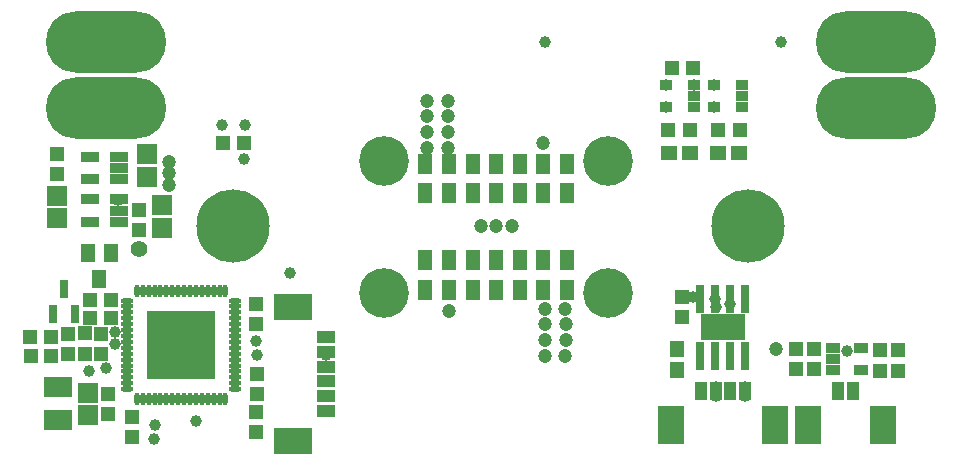
<source format=gts>
%FSLAX25Y25*%
%MOIN*%
G70*
G01*
G75*
G04 Layer_Color=8388736*
%ADD10R,0.04134X0.04252*%
%ADD11R,0.03543X0.02559*%
%ADD12R,0.04331X0.03937*%
%ADD13R,0.04331X0.02559*%
%ADD14R,0.04252X0.04134*%
%ADD15R,0.02362X0.08661*%
%ADD16R,0.14173X0.07874*%
%ADD17R,0.04331X0.04724*%
%ADD18R,0.03937X0.04331*%
%ADD19R,0.05118X0.02756*%
%ADD20R,0.06299X0.05906*%
%ADD21R,0.22047X0.22047*%
%ADD22O,0.03347X0.00984*%
%ADD23O,0.00984X0.03347*%
%ADD24R,0.04331X0.04331*%
%ADD25R,0.03937X0.05512*%
%ADD26R,0.08268X0.11811*%
%ADD27R,0.03150X0.05118*%
%ADD28R,0.03937X0.05906*%
%ADD29R,0.11811X0.08268*%
%ADD30R,0.05118X0.03150*%
%ADD31R,0.08661X0.06299*%
%ADD32R,0.04724X0.04331*%
%ADD33R,0.02362X0.05118*%
%ADD34C,0.01575*%
%ADD35C,0.01000*%
%ADD36C,0.00787*%
%ADD37C,0.00984*%
%ADD38C,0.02362*%
%ADD39R,0.03937X0.11909*%
%ADD40R,0.11811X0.65551*%
%ADD41R,0.11811X0.38681*%
%ADD42R,0.12008X0.30610*%
%ADD43R,0.11811X0.77953*%
%ADD44R,0.23622X0.38976*%
%ADD45R,0.08268X0.07480*%
%ADD46R,0.36614X0.19685*%
%ADD47R,0.07874X0.07480*%
%ADD48R,0.73622X0.06693*%
%ADD49R,0.10236X0.07480*%
%ADD50R,0.09843X0.07480*%
%ADD51R,0.41142X0.19685*%
%ADD52R,0.40650X0.19685*%
%ADD53R,1.22933X0.19685*%
%ADD54R,0.15748X0.59744*%
%ADD55O,0.39370X0.19685*%
%ADD56C,0.23622*%
%ADD57C,0.15748*%
%ADD58C,0.02598*%
%ADD59C,0.03150*%
%ADD60C,0.03937*%
%ADD61C,0.04724*%
%ADD62C,0.04000*%
%ADD63O,0.29528X0.05906*%
%ADD64C,0.14567*%
%ADD65C,0.10630*%
%ADD66C,0.03268*%
%ADD67C,0.03150*%
%ADD68C,0.03937*%
%ADD69C,0.03150*%
%ADD70C,0.03937*%
%ADD71R,0.02362X0.03937*%
%ADD72R,0.14173X0.07972*%
%ADD73R,0.22835X0.22835*%
%ADD74R,0.12992X0.20177*%
%ADD75C,0.39370*%
%ADD76R,0.04934X0.05052*%
%ADD77R,0.04343X0.03359*%
%ADD78R,0.05131X0.04737*%
%ADD79R,0.05131X0.03359*%
%ADD80R,0.05052X0.04934*%
%ADD81R,0.03162X0.09461*%
%ADD82R,0.14973X0.08674*%
%ADD83R,0.05131X0.05524*%
%ADD84R,0.04737X0.05131*%
%ADD85R,0.05918X0.03556*%
%ADD86R,0.07099X0.06706*%
%ADD87R,0.22847X0.22847*%
%ADD88O,0.04147X0.01784*%
%ADD89O,0.01784X0.04147*%
%ADD90R,0.05131X0.05131*%
%ADD91R,0.04737X0.06312*%
%ADD92R,0.09068X0.12611*%
%ADD93R,0.03950X0.05918*%
%ADD94R,0.04737X0.06706*%
%ADD95R,0.12611X0.09068*%
%ADD96R,0.05918X0.03950*%
%ADD97R,0.09461X0.07099*%
%ADD98R,0.05524X0.05131*%
%ADD99R,0.03162X0.05918*%
%ADD100O,0.40170X0.20485*%
%ADD101C,0.24422*%
%ADD102C,0.16548*%
%ADD103C,0.03950*%
%ADD104C,0.04737*%
%ADD105C,0.05524*%
D76*
X153051Y52756D02*
D03*
X146161D02*
D03*
X-67717Y-36811D02*
D03*
X-60827D02*
D03*
X-40846Y-30512D02*
D03*
X-47736D02*
D03*
X-3445Y27854D02*
D03*
X3445D02*
D03*
D77*
X144193Y39665D02*
D03*
Y47146D02*
D03*
X153642D02*
D03*
Y43406D02*
D03*
Y39665D02*
D03*
X160039Y39764D02*
D03*
Y47244D02*
D03*
X169488D02*
D03*
Y43504D02*
D03*
Y39764D02*
D03*
D78*
X221457Y-41338D02*
D03*
Y-48031D02*
D03*
X215551Y-48032D02*
D03*
Y-41339D02*
D03*
X187598Y-47638D02*
D03*
Y-40945D02*
D03*
X149409Y-30316D02*
D03*
Y-23622D02*
D03*
X7776Y-55906D02*
D03*
Y-49213D02*
D03*
X-33760Y-63385D02*
D03*
Y-70078D02*
D03*
X-55020Y-35728D02*
D03*
Y-42421D02*
D03*
X-44193Y-42422D02*
D03*
Y-35729D02*
D03*
X-58858Y17322D02*
D03*
Y24015D02*
D03*
D79*
X209252Y-40453D02*
D03*
Y-47933D02*
D03*
X199803D02*
D03*
Y-44193D02*
D03*
Y-40453D02*
D03*
D80*
X193504Y-47638D02*
D03*
Y-40748D02*
D03*
X7579Y-32677D02*
D03*
Y-25787D02*
D03*
X7677Y-61712D02*
D03*
Y-68603D02*
D03*
X-41929Y-55709D02*
D03*
Y-62599D02*
D03*
X-49410Y-35630D02*
D03*
Y-42520D02*
D03*
X-31299Y-1280D02*
D03*
Y5610D02*
D03*
D81*
X170689Y-24213D02*
D03*
X165689D02*
D03*
X160689D02*
D03*
X155689D02*
D03*
X170689Y-43110D02*
D03*
X165689D02*
D03*
X160689D02*
D03*
X155689D02*
D03*
D82*
X163189Y-33661D02*
D03*
D83*
X147835Y-40846D02*
D03*
Y-47933D02*
D03*
D84*
X-67520Y-43110D02*
D03*
X-60827D02*
D03*
X-47638Y-24606D02*
D03*
X-40945D02*
D03*
D85*
X-47736Y1575D02*
D03*
Y9055D02*
D03*
X-38287D02*
D03*
Y5315D02*
D03*
Y1575D02*
D03*
X-47736Y15748D02*
D03*
Y23228D02*
D03*
X-38287D02*
D03*
Y19488D02*
D03*
Y15748D02*
D03*
D86*
X-28839Y24016D02*
D03*
Y16535D02*
D03*
X-23819Y7087D02*
D03*
Y-394D02*
D03*
X-58858Y10236D02*
D03*
Y2756D02*
D03*
X-48622Y-55414D02*
D03*
Y-62894D02*
D03*
D87*
X-17421Y-39469D02*
D03*
D88*
X-35433Y-54232D02*
D03*
Y-52264D02*
D03*
Y-50295D02*
D03*
Y-48327D02*
D03*
Y-46358D02*
D03*
Y-44390D02*
D03*
Y-42421D02*
D03*
Y-40453D02*
D03*
Y-38484D02*
D03*
Y-36516D02*
D03*
Y-34547D02*
D03*
Y-32579D02*
D03*
Y-30610D02*
D03*
Y-28642D02*
D03*
Y-26673D02*
D03*
Y-24705D02*
D03*
X591D02*
D03*
Y-26673D02*
D03*
Y-28642D02*
D03*
Y-30610D02*
D03*
Y-32579D02*
D03*
Y-34547D02*
D03*
Y-36516D02*
D03*
Y-38484D02*
D03*
Y-40453D02*
D03*
Y-42421D02*
D03*
Y-44390D02*
D03*
Y-46358D02*
D03*
Y-48327D02*
D03*
Y-50295D02*
D03*
Y-52264D02*
D03*
Y-54232D02*
D03*
D89*
X-32185Y-21457D02*
D03*
X-30217D02*
D03*
X-28248D02*
D03*
X-26280D02*
D03*
X-24311D02*
D03*
X-22343D02*
D03*
X-20374D02*
D03*
X-18406D02*
D03*
X-16437D02*
D03*
X-14469D02*
D03*
X-12500D02*
D03*
X-10531D02*
D03*
X-8563D02*
D03*
X-6594D02*
D03*
X-4626D02*
D03*
X-2657D02*
D03*
Y-57480D02*
D03*
X-4626D02*
D03*
X-6594D02*
D03*
X-8563D02*
D03*
X-10531D02*
D03*
X-12500D02*
D03*
X-14469D02*
D03*
X-16437D02*
D03*
X-18406D02*
D03*
X-20374D02*
D03*
X-22343D02*
D03*
X-24311D02*
D03*
X-26280D02*
D03*
X-28248D02*
D03*
X-30217D02*
D03*
X-32185D02*
D03*
D90*
X152362Y32087D02*
D03*
X144882D02*
D03*
X168897D02*
D03*
X161417D02*
D03*
D91*
X-40945Y-8858D02*
D03*
X-48425D02*
D03*
X-44685Y-17520D02*
D03*
D92*
X216689Y-66094D02*
D03*
X191689D02*
D03*
X145823D02*
D03*
X180665D02*
D03*
D93*
X206594Y-54921D02*
D03*
X201673D02*
D03*
X155807D02*
D03*
X160728D02*
D03*
X165650D02*
D03*
X170571D02*
D03*
D94*
X111205Y20846D02*
D03*
Y11004D02*
D03*
X103331Y20846D02*
D03*
Y11004D02*
D03*
X95457Y20846D02*
D03*
Y11004D02*
D03*
X87583Y20846D02*
D03*
Y11004D02*
D03*
X79709Y20846D02*
D03*
Y11004D02*
D03*
X71835Y20846D02*
D03*
Y11004D02*
D03*
X63961Y20846D02*
D03*
Y11004D02*
D03*
X63961Y-21154D02*
D03*
Y-11311D02*
D03*
X71835Y-21154D02*
D03*
Y-11311D02*
D03*
X79709Y-21154D02*
D03*
Y-11311D02*
D03*
X87583Y-21154D02*
D03*
Y-11311D02*
D03*
X95457Y-21154D02*
D03*
Y-11311D02*
D03*
X103331Y-21154D02*
D03*
Y-11311D02*
D03*
X111205Y-21154D02*
D03*
Y-11311D02*
D03*
D95*
X19732Y-71610D02*
D03*
Y-26925D02*
D03*
D96*
X30906Y-61516D02*
D03*
Y-56595D02*
D03*
Y-36909D02*
D03*
Y-41831D02*
D03*
Y-46752D02*
D03*
Y-51673D02*
D03*
D97*
X-58465Y-64666D02*
D03*
Y-53642D02*
D03*
D98*
X161614Y24606D02*
D03*
X168701D02*
D03*
X145079D02*
D03*
X152165D02*
D03*
D99*
X-60236Y-29134D02*
D03*
X-52756D02*
D03*
X-56496Y-20866D02*
D03*
D100*
X-42520Y39370D02*
D03*
X214173Y61614D02*
D03*
X-42520Y61614D02*
D03*
X214173Y39370D02*
D03*
D101*
X171653Y0D02*
D03*
X0D02*
D03*
D102*
X124984Y21831D02*
D03*
X50181D02*
D03*
Y-22138D02*
D03*
X124984D02*
D03*
D103*
X18898Y-15354D02*
D03*
X-39567Y-39272D02*
D03*
X30911Y-42819D02*
D03*
X30906Y-46752D02*
D03*
X95457Y11004D02*
D03*
X165650Y-25689D02*
D03*
X153642Y47146D02*
D03*
X7677Y-38189D02*
D03*
X-44685Y-17520D02*
D03*
X-47638Y-24606D02*
D03*
X7776Y-42717D02*
D03*
X7579Y-32677D02*
D03*
X-42618Y-47047D02*
D03*
X-48130Y-48327D02*
D03*
X-41929Y-62599D02*
D03*
X7776Y-55906D02*
D03*
X30906Y-61516D02*
D03*
X7682Y-68706D02*
D03*
X-12500Y-64862D02*
D03*
X30906Y-51673D02*
D03*
Y-36909D02*
D03*
Y-56595D02*
D03*
X-26329Y-70915D02*
D03*
X-26033Y-66191D02*
D03*
X7776Y-49213D02*
D03*
X7677Y-61712D02*
D03*
X7579Y-25787D02*
D03*
X-40748Y-30610D02*
D03*
X-58858Y10236D02*
D03*
X-38386Y8957D02*
D03*
X95457Y20846D02*
D03*
X103331Y11004D02*
D03*
X79709Y-21154D02*
D03*
Y-11311D02*
D03*
X71835D02*
D03*
X153051Y-23622D02*
D03*
X149409D02*
D03*
X147835Y-40846D02*
D03*
X160689Y-24213D02*
D03*
X160728Y-26870D02*
D03*
X170571Y-56496D02*
D03*
Y-53445D02*
D03*
X160728Y-56496D02*
D03*
Y-53445D02*
D03*
X204429Y-41634D02*
D03*
X221457Y-41338D02*
D03*
X193110Y-40650D02*
D03*
X-55020Y-35728D02*
D03*
X-58465Y-53642D02*
D03*
X-33760Y-70078D02*
D03*
X-58465Y-64666D02*
D03*
X-48622Y-62894D02*
D03*
X-47736Y-30512D02*
D03*
X-67717Y-36811D02*
D03*
X103740Y61614D02*
D03*
X160039Y47244D02*
D03*
Y39764D02*
D03*
X144193Y39665D02*
D03*
Y47146D02*
D03*
X161614Y24606D02*
D03*
X168701D02*
D03*
X152165D02*
D03*
X145079D02*
D03*
X146161Y52756D02*
D03*
X182480Y61614D02*
D03*
X-39469Y-35236D02*
D03*
X3740Y33957D02*
D03*
X-3740D02*
D03*
X3543Y22638D02*
D03*
D104*
X180807Y-40846D02*
D03*
X110728Y-37992D02*
D03*
X103740Y-43110D02*
D03*
Y-37992D02*
D03*
Y-32677D02*
D03*
X110728D02*
D03*
X110630Y-43110D02*
D03*
X92815Y98D02*
D03*
X87697D02*
D03*
X82480Y197D02*
D03*
X71457Y31398D02*
D03*
X64468D02*
D03*
X64567Y26083D02*
D03*
X71752Y-28150D02*
D03*
X103347Y27854D02*
D03*
X71457Y26083D02*
D03*
X64468Y36713D02*
D03*
X64567Y41831D02*
D03*
X71457Y36713D02*
D03*
Y41831D02*
D03*
X110630Y-27362D02*
D03*
X103740D02*
D03*
X-21555Y21457D02*
D03*
X-28839Y16535D02*
D03*
X-21555Y17717D02*
D03*
Y13878D02*
D03*
D105*
X-31496Y-7677D02*
D03*
M02*

</source>
